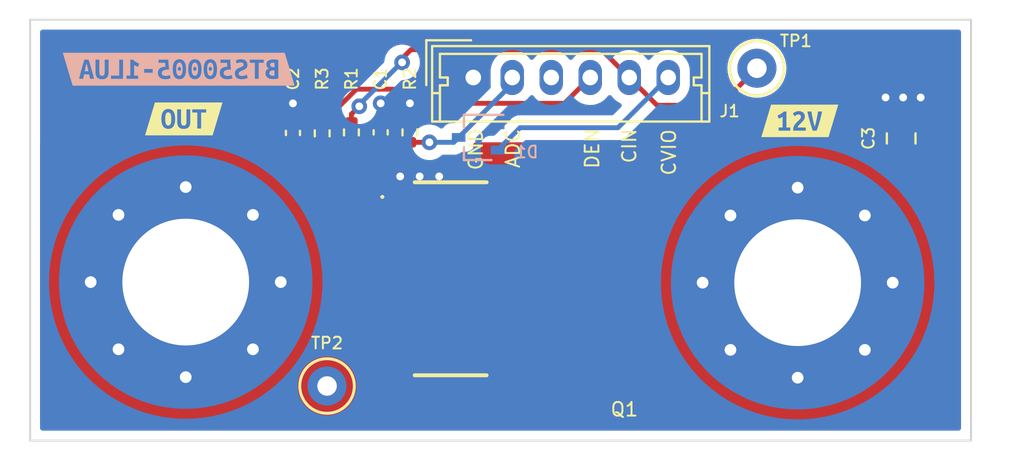
<source format=kicad_pcb>
(kicad_pcb (version 20211014) (generator pcbnew)
  (layers (0 "F.Cu" signal) (31 "B.Cu" signal) (34 "B.Paste" user) (35 "F.Paste" user) (36 "B.SilkS" user "B.Silkscreen") (37 "F.SilkS" user "F.Silkscreen") (38 "B.Mask" user) (39 "F.Mask" user) (44 "Edge.Cuts" user))
  (net 0 "")
  (net 1 "GND")
  (net 2 "CONTROLLER_ADC")
  (net 3 "OUT")
  (net 4 "+12V")
  (net 5 "CONTOLLER_VDD")
  (net 6 "CONTROLER_IN")
  (net 7 "CONTROLER_DEN")
  (net 8 "/IN")
  (net 9 "/DEN")
  (footprint "Connector_Molex:Molex_Micro-Latch_53253-0670_1x06_P2.00mm_Vertical" (layer "F.Cu") (at 119.25 32.175)
    (fp_text reference "J1" (at 13.15 1.725) (layer "F.SilkS") (effects (font (size 0.6 0.6) (thickness 0.1))))
    (fp_text value "Conn_01x06")
    (fp_line (start 11.31 0) (end 11.31 0.4) (layer "F.SilkS") (width 0.12))
    (fp_line (start -1.31 0.4) (end -1.71 0.4) (layer "F.SilkS") (width 0.12))
    (fp_line (start -1.71 0) (end -1.31 0) (layer "F.SilkS") (width 0.12))
    (fp_line (start 11.31 0.4) (end 11.71 0.4) (layer "F.SilkS") (width 0.12))
    (fp_line (start -2.11 -1.61) (end -2.11 2.26) (layer "F.SilkS") (width 0.12))
    (fp_line (start 12.11 -1.61) (end -2.11 -1.61) (layer "F.SilkS") (width 0.12))
    (fp_line (start -2.11 2.26) (end 12.11 2.26) (layer "F.SilkS") (width 0.12))
    (fp_line (start -0.11 -1.91) (end -2.41 -1.91) (layer "F.SilkS") (width 0.12))
    (fp_line (start -1.71 0.4) (end -1.71 2.26) (layer "F.SilkS") (width 0.12))
    (fp_line (start 11.71 0.4) (end 11.71 2.26) (layer "F.SilkS") (width 0.12))
    (fp_line (start 12.11 0.8) (end 11.71 0.8) (layer "F.SilkS") (width 0.12))
    (fp_line (start -1.71 -1.21) (end -1.71 0) (layer "F.SilkS") (width 0.12))
    (fp_line (start -2.11 0.8) (end -1.71 0.8) (layer "F.SilkS") (width 0.12))
    (fp_line (start 11.71 -1.21) (end 11.71 0) (layer "F.SilkS") (width 0.12))
    (fp_line (start 5 -1.21) (end -1.71 -1.21) (layer "F.SilkS") (width 0.12))
    (fp_line (start -1.31 0) (end -1.31 0.4) (layer "F.SilkS") (width 0.12))
    (fp_line (start 5 -1.21) (end 11.71 -1.21) (layer "F.SilkS") (width 0.12))
    (fp_line (start -2.41 -1.91) (end -2.41 0.39) (layer "F.SilkS") (width 0.12))
    (fp_line (start 12.11 2.26) (end 12.11 -1.61) (layer "F.SilkS") (width 0.12))
    (fp_line (start 11.71 0) (end 11.31 0) (layer "F.SilkS") (width 0.12))
    (pad "1" thru_hole roundrect (at 0 0) (size 1.2 1.8) (drill 0.8) (layers *.Cu *.Mask) (roundrect_rratio 0.208333) (net 1 "GND"))
    (pad "2" thru_hole oval (at 2 0) (size 1.2 1.8) (drill 0.8) (layers *.Cu *.Mask) (net 2 "CONTROLLER_ADC"))
    (pad "3" thru_hole oval (at 4 0) (size 1.2 1.8) (drill 0.8) (layers *.Cu *.Mask))
    (pad "4" thru_hole oval (at 6 0) (size 1.2 1.8) (drill 0.8) (layers *.Cu *.Mask) (net 7 "CONTROLER_DEN"))
    (pad "5" thru_hole oval (at 8 0) (size 1.2 1.8) (drill 0.8) (layers *.Cu *.Mask) (net 6 "CONTROLER_IN"))
    (pad "6" thru_hole oval (at 10 0) (size 1.2 1.8) (drill 0.8) (layers *.Cu *.Mask) (net 5 "CONTOLLER_VDD"))
  )
  (footprint "TestPoint:TestPoint_Keystone_5000-5004_Miniature" (layer "F.Cu") (at 111.75 48)
    (fp_text reference "TP2" (at 0 -2.2) (layer "F.SilkS") (effects (font (size 0.6 0.6) (thickness 0.1))))
    (fp_text value "OUT_TP")
    (fp_circle (center 0 0) (end 1.4 0) (layer "F.SilkS") (width 0.15) (fill none))
    (pad "1" thru_hole circle (at 0 0) (size 2 2) (drill 1) (layers *.Cu *.Mask) (net 3 "OUT"))
  )
  (footprint "Resistor_SMD:R_0402_1005Metric" (layer "F.Cu") (at 113 34.99 90)
    (fp_text reference "R1" (at 2.74 0 90) (layer "F.SilkS") (effects (font (size 0.6 0.6) (thickness 0.1))))
    (fp_text value "4.7k")
    (fp_line (start -0.153641 0.38) (end 0.153641 0.38) (layer "F.SilkS") (width 0.12))
    (fp_line (start -0.153641 -0.38) (end 0.153641 -0.38) (layer "F.SilkS") (width 0.12))
    (pad "1" smd roundrect (at -0.51 0 90) (size 0.54 0.64) (layers "F.Cu" "F.Paste" "F.Mask") (net 8 "/IN"))
    (pad "2" smd roundrect (at 0.51 0 90) (size 0.54 0.64) (layers "F.Cu" "F.Paste" "F.Mask") (net 6 "CONTROLER_IN"))
  )
  (footprint "Resistor_SMD:R_0402_1005Metric" (layer "F.Cu") (at 116 34.99 -90)
    (fp_text reference "R2" (at -2.74 0 90) (layer "F.SilkS") (effects (font (size 0.6 0.6) (thickness 0.1))))
    (fp_text value "1k")
    (fp_line (start -0.153641 0.38) (end 0.153641 0.38) (layer "F.SilkS") (width 0.12))
    (fp_line (start -0.153641 -0.38) (end 0.153641 -0.38) (layer "F.SilkS") (width 0.12))
    (pad "1" smd roundrect (at -0.51 0 270) (size 0.54 0.64) (layers "F.Cu" "F.Paste" "F.Mask") (net 1 "GND"))
    (pad "2" smd roundrect (at 0.51 0 270) (size 0.54 0.64) (layers "F.Cu" "F.Paste" "F.Mask") (net 2 "CONTROLLER_ADC"))
  )
  (footprint "Capacitor_SMD:C_0402_1005Metric" (layer "F.Cu") (at 110 35.02 -90)
    (fp_text reference "C2" (at -2.77 0 90) (layer "F.SilkS") (effects (font (size 0.6 0.6) (thickness 0.1))))
    (fp_text value "10nF")
    (fp_line (start -0.107836 0.36) (end 0.107836 0.36) (layer "F.SilkS") (width 0.12))
    (fp_line (start -0.107836 -0.36) (end 0.107836 -0.36) (layer "F.SilkS") (width 0.12))
    (pad "1" smd roundrect (at -0.48 0 270) (size 0.56 0.62) (layers "F.Cu" "F.Paste" "F.Mask") (net 1 "GND"))
    (pad "2" smd roundrect (at 0.48 0 270) (size 0.56 0.62) (layers "F.Cu" "F.Paste" "F.Mask") (net 3 "OUT"))
  )
  (footprint "Capacitor_SMD:C_0805_2012Metric" (layer "F.Cu") (at 141.2 35.3 90)
    (fp_text reference "C3" (at 0 -1.68 90) (layer "F.SilkS") (effects (font (size 0.6 0.6) (thickness 0.1))))
    (fp_text value "100nF")
    (fp_line (start -0.261252 -0.735) (end 0.261252 -0.735) (layer "F.SilkS") (width 0.12))
    (fp_line (start -0.261252 0.735) (end 0.261252 0.735) (layer "F.SilkS") (width 0.12))
    (pad "1" smd roundrect (at -0.95 0 90) (size 1 1.45) (layers "F.Cu" "F.Paste" "F.Mask") (net 4 "+12V"))
    (pad "2" smd roundrect (at 0.95 0 90) (size 1 1.45) (layers "F.Cu" "F.Paste" "F.Mask") (net 1 "GND"))
  )
  (footprint "MountingHole:MountingHole_6.5mm_Pad_Via" (layer "F.Cu") (at 135.89 42.7)
    (fp_text reference "H1" hide)
    (fp_text value "MountingHole_Pad")
    (pad "1" thru_hole circle (at 0 -4.875) (size 0.9 0.9) (drill 0.6) (layers *.Cu *.Mask) (net 4 "+12V"))
    (pad "1" thru_hole circle (at -4.875 0) (size 0.9 0.9) (drill 0.6) (layers *.Cu *.Mask) (net 4 "+12V"))
    (pad "1" thru_hole circle (at 0 0) (size 13 13) (drill 6.5) (layers *.Cu *.Mask) (net 4 "+12V"))
    (pad "1" thru_hole circle (at 3.447146 3.447146) (size 0.9 0.9) (drill 0.6) (layers *.Cu *.Mask) (net 4 "+12V"))
    (pad "1" thru_hole circle (at 3.447146 -3.447146) (size 0.9 0.9) (drill 0.6) (layers *.Cu *.Mask) (net 4 "+12V"))
    (pad "1" thru_hole circle (at 0 4.875) (size 0.9 0.9) (drill 0.6) (layers *.Cu *.Mask) (net 4 "+12V"))
    (pad "1" thru_hole circle (at -3.447146 3.447146) (size 0.9 0.9) (drill 0.6) (layers *.Cu *.Mask) (net 4 "+12V"))
    (pad "1" thru_hole circle (at -3.447146 -3.447146) (size 0.9 0.9) (drill 0.6) (layers *.Cu *.Mask) (net 4 "+12V"))
    (pad "1" thru_hole circle (at 4.875 0) (size 0.9 0.9) (drill 0.6) (layers *.Cu *.Mask) (net 4 "+12V"))
  )
  (footprint "TestPoint:TestPoint_Keystone_5000-5004_Miniature" (layer "F.Cu") (at 133.8 31.7)
    (fp_text reference "TP1" (at 2 -1.4) (layer "F.SilkS") (effects (font (size 0.6 0.6) (thickness 0.1))))
    (fp_text value "IN_TP")
    (fp_circle (center 0 0) (end 1.4 0) (layer "F.SilkS") (width 0.15) (fill none))
    (pad "1" thru_hole circle (at 0 0) (size 2 2) (drill 1) (layers *.Cu *.Mask) (net 6 "CONTROLER_IN"))
  )
  (footprint "MountingHole:MountingHole_6.5mm_Pad_Via" (layer "F.Cu") (at 104.5 42.67)
    (fp_text reference "H2" hide)
    (fp_text value "MountingHole_Pad")
    (pad "1" thru_hole circle (at 4.875 0) (size 0.9 0.9) (drill 0.6) (layers *.Cu *.Mask) (net 3 "OUT"))
    (pad "1" thru_hole circle (at 0 0) (size 13 13) (drill 6.5) (layers *.Cu *.Mask) (net 3 "OUT"))
    (pad "1" thru_hole circle (at 3.447146 3.447146) (size 0.9 0.9) (drill 0.6) (layers *.Cu *.Mask) (net 3 "OUT"))
    (pad "1" thru_hole circle (at 3.447146 -3.447146) (size 0.9 0.9) (drill 0.6) (layers *.Cu *.Mask) (net 3 "OUT"))
    (pad "1" thru_hole circle (at -3.447146 -3.447146) (size 0.9 0.9) (drill 0.6) (layers *.Cu *.Mask) (net 3 "OUT"))
    (pad "1" thru_hole circle (at 0 -4.875) (size 0.9 0.9) (drill 0.6) (layers *.Cu *.Mask) (net 3 "OUT"))
    (pad "1" thru_hole circle (at -3.447146 3.447146) (size 0.9 0.9) (drill 0.6) (layers *.Cu *.Mask) (net 3 "OUT"))
    (pad "1" thru_hole circle (at 0 4.875) (size 0.9 0.9) (drill 0.6) (layers *.Cu *.Mask) (net 3 "OUT"))
    (pad "1" thru_hole circle (at -4.875 0) (size 0.9 0.9) (drill 0.6) (layers *.Cu *.Mask) (net 3 "OUT"))
  )
  (footprint "Capacitor_SMD:C_0402_1005Metric" (layer "F.Cu") (at 114.5 34.99 -90)
    (fp_text reference "C1" (at -2.74 0 90) (layer "F.SilkS") (effects (font (size 0.6 0.6) (thickness 0.1))))
    (fp_text value "10nF")
    (fp_line (start -0.107836 -0.36) (end 0.107836 -0.36) (layer "F.SilkS") (width 0.12))
    (fp_line (start -0.107836 0.36) (end 0.107836 0.36) (layer "F.SilkS") (width 0.12))
    (pad "1" smd roundrect (at -0.48 0 270) (size 0.56 0.62) (layers "F.Cu" "F.Paste" "F.Mask") (net 1 "GND"))
    (pad "2" smd roundrect (at 0.48 0 270) (size 0.56 0.62) (layers "F.Cu" "F.Paste" "F.Mask") (net 2 "CONTROLLER_ADC"))
  )
  (footprint "kibuzzard-65429977" (layer "F.Cu") (at 104.4 34.3)
    (fp_text reference "kibuzzard-65429977" hide)
    (fp_text value "G***" hide)
    (fp_poly (pts (xy -1.14935 -0.843492) (xy -1.480079 -0.843492) (xy -1.986174 0.843492) (xy -1.480079 0.843492) (xy -1.14935 0.843492) (xy -0.79375 0.843492) (xy -0.79375 0.512762) (xy -0.900024 0.498387) (xy -0.988131 0.45526) (xy -1.058069 0.383381) (xy -1.098004 0.310902) (xy -1.12653 0.222845) (xy -1.143645 0.119211) (xy -1.14935 0) (xy -1.143496 -0.119211) (xy -1.125934 -0.222845) (xy -1.096665 -0.310902) (xy -1.055688 -0.383381) (xy -0.985132 -0.45526) (xy -0.898349 -0.498387) (xy -0.795338 -0.512763) (xy -0.689151 -0.498387) (xy -0.60131 -0.45526) (xy -0.531813 -0.383381) (xy -0.492224 -0.310902) (xy -0.463947 -0.222845) (xy -0.44698 -0.119211) (xy -0.441325 0) (xy -0.44708 0.119211) (xy -0.464344 0.222845) (xy -0.493117 0.310902) (xy -0.5334 0.383381) (xy -0.60325 0.45526) (xy -0.690033 0.498387) (xy -0.79375 0.512762) (xy -0.79375 0.843492) (xy -0.004763 0.843492) (xy -0.004763 0.512762) (xy -0.092273 0.506214) (xy -0.164306 0.486569) (xy -0.2667 0.411162) (xy -0.299244 0.356791) (xy -0.320675 0.2921) (xy -0.332581 0.218281) (xy -0.33655 0.136525) (xy -0.33655 -0.490538) (xy -0.1397 -0.490538) (xy -0.1397 0.123825) (xy -0.13335 0.227806) (xy -0.111919 0.295275) (xy -0.06985 0.331787) (xy -0.001588 0.3429) (xy 0.066675 0.331787) (xy 0.109537 0.294481) (xy 0.131762 0.226219) (xy 0.138113 0.122237) (xy 0.138113 -0.490538) (xy 0.333375 -0.490538) (xy 0.333375 0.136525) (xy 0.329406 0.218281) (xy 0.3175 0.2921) (xy 0.295672 0.356791) (xy 0.261938 0.411162) (xy 0.2159 0.45462) (xy 0.157162 0.486569) (xy 0.084137 0.506214) (xy -0.004763 0.512762) (xy -0.004763 0.843492) (xy 0.890588 0.843492) (xy 0.890588 0.492125) (xy 0.693738 0.492125) (xy 0.693738 -0.328613) (xy 0.434975 -0.328613) (xy 0.434975 -0.490538) (xy 1.14935 -0.490538) (xy 1.14935 -0.328613) (xy 0.890588 -0.328613) (xy 0.890588 0.492125) (xy 0.890588 0.843492) (xy 1.14935 0.843492) (xy 1.480079 0.843492) (xy 1.986174 -0.843492) (xy 1.480079 -0.843492) (xy 1.14935 -0.843492) (xy -1.14935 -0.843492)) (layer "F.SilkS") (width 0) (fill solid))
    (fp_poly (pts (xy -0.950913 0) (xy -0.949523 0.069255) (xy -0.945356 0.134144) (xy -0.923131 0.242887) (xy -0.8763 0.315912) (xy -0.795338 0.3429) (xy -0.715169 0.315912) (xy -0.667544 0.242094) (xy -0.645319 0.13335) (xy -0.641152 0.069056) (xy -0.639763 0) (xy -0.641152 -0.069255) (xy -0.645319 -0.134144) (xy -0.667544 -0.242888) (xy -0.714375 -0.315913) (xy -0.795338 -0.3429) (xy -0.8763 -0.315913) (xy -0.923131 -0.242094) (xy -0.945356 -0.13335) (xy -0.949523 -0.069056) (xy -0.950913 0)) (layer "F.SilkS") (width 0) (fill solid))
  )
  (footprint "Resistor_SMD:R_0402_1005Metric" (layer "F.Cu") (at 111.5 35.04 90)
    (fp_text reference "R3" (at 2.79 0 90) (layer "F.SilkS") (effects (font (size 0.6 0.6) (thickness 0.1))))
    (fp_text value "4.7k")
    (fp_line (start -0.153641 -0.38) (end 0.153641 -0.38) (layer "F.SilkS") (width 0.12))
    (fp_line (start -0.153641 0.38) (end 0.153641 0.38) (layer "F.SilkS") (width 0.12))
    (pad "1" smd roundrect (at -0.51 0 90) (size 0.54 0.64) (layers "F.Cu" "F.Paste" "F.Mask") (net 9 "/DEN"))
    (pad "2" smd roundrect (at 0.51 0 90) (size 0.54 0.64) (layers "F.Cu" "F.Paste" "F.Mask") (net 7 "CONTROLER_DEN"))
  )
  (footprint "kibuzzard-6542993B" (layer "F.Cu") (at 136 34.4)
    (fp_text reference "kibuzzard-6542993B" hide)
    (fp_text value "G***" hide)
    (fp_poly (pts (xy -1.143 -0.833173) (xy -1.473729 -0.833173) (xy -1.973633 0.833173) (xy -1.473729 0.833173) (xy -1.143 0.833173) (xy -0.490538 0.833173) (xy -0.490538 0.502444) (xy -1.087438 0.502444) (xy -1.087438 0.340519) (xy -0.881063 0.340519) (xy -0.881063 -0.208756) (xy -0.982663 -0.1524) (xy -1.0795 -0.113506) (xy -1.143 -0.275431) (xy -1.06045 -0.311944) (xy -0.97155 -0.361156) (xy -0.887413 -0.418306) (xy -0.81915 -0.480219) (xy -0.6858 -0.480219) (xy -0.6858 0.340519) (xy -0.490538 0.340519) (xy -0.490538 0.502444) (xy -0.490538 0.833173) (xy 0.307975 0.833173) (xy 0.307975 0.502444) (xy -0.333375 0.502444) (xy -0.337344 0.462756) (xy -0.33655 0.429419) (xy -0.329208 0.353219) (xy -0.307181 0.283369) (xy -0.273844 0.219273) (xy -0.232569 0.160337) (xy -0.185738 0.105966) (xy -0.135731 0.055562) (xy -0.085725 0.008136) (xy -0.038894 -0.037306) (xy 0.035719 -0.123031) (xy 0.065087 -0.207169) (xy 0.028575 -0.300037) (xy -0.0635 -0.332581) (xy -0.160338 -0.310356) (xy -0.26035 -0.235744) (xy -0.357188 -0.372269) (xy -0.288727 -0.430213) (xy -0.210344 -0.470694) (xy -0.127198 -0.494506) (xy -0.04445 -0.502444) (xy 0.071437 -0.484981) (xy 0.169862 -0.432594) (xy 0.238125 -0.344488) (xy 0.263525 -0.221456) (xy 0.244475 -0.123825) (xy 0.193675 -0.032544) (xy 0.122237 0.053181) (xy 0.041275 0.132556) (xy -0.00635 0.1778) (xy -0.05715 0.231775) (xy -0.097631 0.288131) (xy -0.1143 0.340519) (xy 0.307975 0.340519) (xy 0.307975 0.502444) (xy 0.307975 0.833173) (xy 0.663575 0.833173) (xy 0.663575 0.502444) (xy 0.624284 0.385763) (xy 0.582613 0.254794) (xy 0.554567 0.162807) (xy 0.527579 0.070997) (xy 0.50165 -0.020638) (xy 0.477132 -0.110508) (xy 0.454378 -0.197026) (xy 0.433388 -0.280194) (xy 0.407194 -0.391319) (xy 0.388937 -0.480219) (xy 0.595312 -0.480219) (xy 0.607219 -0.397867) (xy 0.623887 -0.303213) (xy 0.64393 -0.200819) (xy 0.665956 -0.09525) (xy 0.689769 0.011112) (xy 0.715169 0.115887) (xy 0.741164 0.214511) (xy 0.766762 0.302419) (xy 0.792163 0.215702) (xy 0.817563 0.117475) (xy 0.842169 0.0127) (xy 0.865187 -0.093663) (xy 0.886619 -0.19943) (xy 0.906463 -0.302419) (xy 0.923925 -0.397669) (xy 0.938212 -0.480219) (xy 1.143 -0.480219) (xy 1.121767 -0.379413) (xy 1.096169 -0.267494) (xy 1.066403 -0.147042) (xy 1.032669 -0.020638) (xy 1.008062 0.066146) (xy 0.981869 0.153988) (xy 0.954088 0.242888) (xy 0.92516 0.331347) (xy 0.895526 0.417865) (xy 0.865187 0.502444) (xy 0.663575 0.502444) (xy 0.663575 0.833173) (xy 1.143 0.833173) (xy 1.473729 0.833173) (xy 1.973633 -0.833173) (xy 1.473729 -0.833173) (xy 1.143 -0.833173) (xy -1.143 -0.833173)) (layer "F.SilkS") (width 0) (fill solid))
  )
  (footprint "PDM_Additional:BTS500101LUAAUMA1" (layer "F.Cu") (at 121.435 42.5 -90)
    (fp_text reference "Q1" (at 6.7 -5.565 180) (layer "F.SilkS") (effects (font (size 0.7 0.7) (thickness 0.1))))
    (fp_text value "BTS500101LUAAUMA1" hide)
    (fp_line (start -4.2 6.9) (end -4.2 6.9) (layer "F.SilkS") (width 0.1))
    (fp_line (start -4.2 6.8) (end -4.2 6.8) (layer "F.SilkS") (width 0.1))
    (fp_line (start 4.95 1.5) (end 4.95 5.188) (layer "F.SilkS") (width 0.2))
    (fp_line (start -4.95 1.5) (end -4.95 5.188) (layer "F.SilkS") (width 0.2))
    (fp_arc (start -4.2 6.8) (mid -4.15 6.85) (end -4.2 6.9) (layer "F.SilkS") (width 0.1))
    (fp_arc (start -4.2 6.9) (mid -4.25 6.85) (end -4.2 6.8) (layer "F.SilkS") (width 0.1))
    (pad "1" smd rect (at -4.2 4.97 270) (size 0.8 2.6) (layers "F.Cu" "F.Paste" "F.Mask") (net 1 "GND"))
    (pad "2" smd rect (at -3 4.97 270) (size 0.8 2.6) (layers "F.Cu" "F.Paste" "F.Mask") (net 2 "CONTROLLER_ADC"))
    (pad "3" smd rect (at -1.8 4.97 270) (size 0.8 2.6) (layers "F.Cu" "F.Paste" "F.Mask") (net 8 "/IN"))
    (pad "4" smd rect (at -0.6 4.97 270) (size 0.8 2.6) (layers "F.Cu" "F.Paste" "F.Mask") (net 9 "/DEN"))
    (pad "5" smd rect (at 2.4 4.97) (size 2.6 4.4) (layers "F.Cu" "F.Paste" "F.Mask") (net 3 "OUT"))
    (pad "9" smd rect (at 0 -2.565) (size 7.41 10) (layers "F.Cu" "F.Paste" "F.Mask") (net 4 "+12V"))
  )
  (footprint "kibuzzard-65429BC2" (layer "B.Cu") (at 104.14 31.75 180)
    (fp_text reference "kibuzzard-65429BC2" hide)
    (fp_text value "G***" hide)
    (fp_poly (pts (xy -0.664369 0.001588) (xy -0.669043 0.104863) (xy -0.683066 0.190324) (xy -0.706437 0.257969) (xy -0.75823 0.324048) (xy -0.829469 0.346075) (xy -0.899716 0.324048) (xy -0.951706 0.257969) (xy -0.975519 0.190324) (xy -0.989806 0.104863) (xy -0.994569 0.001588) (xy -0.989806 -0.10257) (xy -0.975519 -0.18856) (xy -0.951706 -0.256381) (xy -0.899716 -0.322461) (xy -0.829469 -0.344487) (xy -0.827881 -0.343997) (xy -0.827881 -0.087312) (xy -0.892969 -0.056356) (xy -0.916781 0.017463) (xy -0.892969 0.092075) (xy -0.827881 0.123825) (xy -0.765175 0.092075) (xy -0.740569 0.017463) (xy -0.765175 -0.056356) (xy -0.827881 -0.087312) (xy -0.827881 -0.343997) (xy -0.75823 -0.322461) (xy -0.706437 -0.256381) (xy -0.683066 -0.18856) (xy -0.669043 -0.10257) (xy -0.664369 0.001588)) (layer "B.SilkS") (width 0) (fill solid))
    (fp_poly (pts (xy -4.837906 0.100013) (xy -4.725194 0.132556) (xy -4.687094 0.22225) (xy -4.698206 0.278606) (xy -4.728369 0.311944) (xy -4.772819 0.327819) (xy -4.825206 0.331788) (xy -4.871244 0.3302) (xy -4.914106 0.325438) (xy -4.914106 0.100013) (xy -4.837906 0.100013)) (layer "B.SilkS") (width 0) (fill solid))
    (fp_poly (pts (xy -4.914106 -0.061912) (xy -4.914106 -0.328612) (xy -4.868863 -0.333375) (xy -4.820444 -0.334962) (xy -4.755356 -0.329406) (xy -4.699 -0.308769) (xy -4.658519 -0.265906) (xy -4.642644 -0.195262) (xy -4.687888 -0.092869) (xy -4.809331 -0.061912) (xy -4.914106 -0.061912)) (layer "B.SilkS") (width 0) (fill solid))
    (fp_poly (pts (xy -1.458119 0.001588) (xy -1.462793 0.104863) (xy -1.476816 0.190324) (xy -1.500187 0.257969) (xy -1.55198 0.324048) (xy -1.623219 0.346075) (xy -1.693466 0.324048) (xy -1.745456 0.257969) (xy -1.769269 0.190324) (xy -1.783556 0.104863) (xy -1.788319 0.001588) (xy -1.783556 -0.10257) (xy -1.769269 -0.18856) (xy -1.745456 -0.256381) (xy -1.693466 -0.322461) (xy -1.623219 -0.344487) (xy -1.621631 -0.343997) (xy -1.621631 -0.087312) (xy -1.686719 -0.056356) (xy -1.710531 0.017463) (xy -1.686719 0.092075) (xy -1.621631 0.123825) (xy -1.558925 0.092075) (xy -1.534319 0.017463) (xy -1.558925 -0.056356) (xy -1.621631 -0.087312) (xy -1.621631 -0.343997) (xy -1.55198 -0.322461) (xy -1.500187 -0.256381) (xy -1.476816 -0.18856) (xy -1.462793 -0.10257) (xy -1.458119 0.001588)) (layer "B.SilkS") (width 0) (fill solid))
    (fp_poly (pts (xy 4.725194 0.300038) (xy 4.695825 0.194469) (xy 4.670425 0.096044) (xy 4.6482 -0.001587) (xy 4.628356 -0.103187) (xy 4.820444 -0.103187) (xy 4.801394 -0.001587) (xy 4.779963 0.096044) (xy 4.754563 0.194469) (xy 4.725194 0.300038)) (layer "B.SilkS") (width 0) (fill solid))
    (fp_poly (pts (xy -5.109369 0.843492) (xy -5.440098 0.843492) (xy -5.946193 -0.843492) (xy -5.440098 -0.843492) (xy -5.109369 -0.843492) (xy -4.836319 -0.843492) (xy -4.836319 -0.504825) (xy -4.902597 -0.503039) (xy -4.971256 -0.497681) (xy -5.040709 -0.488752) (xy -5.109369 -0.47625) (xy -5.109369 0.477838) (xy -4.987131 0.494506) (xy -4.855369 0.50165) (xy -4.754563 0.495895) (xy -4.674394 0.478631) (xy -4.564856 0.418306) (xy -4.510881 0.334963) (xy -4.496594 0.242888) (xy -4.505127 0.177006) (xy -4.530725 0.119063) (xy -4.622006 0.033338) (xy -4.538067 -0.009525) (xy -4.486275 -0.065087) (xy -4.459486 -0.128587) (xy -4.450556 -0.195262) (xy -4.458097 -0.27682) (xy -4.480719 -0.343694) (xy -4.562475 -0.438944) (xy -4.618831 -0.469503) (xy -4.684713 -0.489744) (xy -4.757936 -0.501055) (xy -4.836319 -0.504825) (xy -4.836319 -0.843492) (xy -3.906044 -0.843492) (xy -3.906044 -0.492125) (xy -4.102894 -0.492125) (xy -4.102894 0.328613) (xy -4.361656 0.328613) (xy -4.361656 0.490538) (xy -3.647281 0.490538) (xy -3.647281 0.328613) (xy -3.906044 0.328613) (xy -3.906044 -0.492125) (xy -3.906044 -0.843492) (xy -3.239294 -0.843492) (xy -3.239294 -0.512762) (xy -3.349228 -0.506214) (xy -3.434556 -0.486569) (xy -3.544094 -0.43815) (xy -3.486944 -0.2794) (xy -3.38455 -0.327025) (xy -3.31847 -0.343694) (xy -3.239294 -0.34925) (xy -3.157537 -0.338931) (xy -3.105944 -0.310356) (xy -3.07975 -0.269081) (xy -3.072606 -0.22225) (xy -3.090069 -0.168275) (xy -3.134519 -0.126206) (xy -3.194844 -0.092869) (xy -3.261519 -0.065087) (xy -3.353594 -0.028575) (xy -3.440112 0.023813) (xy -3.504406 0.102394) (xy -3.529806 0.219075) (xy -3.507383 0.342106) (xy -3.440112 0.434975) (xy -3.37282 0.47819) (xy -3.290535 0.504119) (xy -3.193256 0.512763) (xy -3.108523 0.507603) (xy -3.0353 0.492125) (xy -2.921794 0.446088) (xy -2.978944 0.295275) (xy -3.06705 0.333375) (xy -3.178969 0.34925) (xy -3.265399 0.336726) (xy -3.317258 0.299156) (xy -3.334544 0.236538) (xy -3.318669 0.186531) (xy -3.278187 0.148431) (xy -3.222625 0.119063) (xy -3.161506 0.09525) (xy -3.065462 0.056356) (xy -2.973387 -0.000794) (xy -2.904331 -0.089694) (xy -2.884091 -0.14982) (xy -2.877344 -0.223837) (xy -2.899767 -0.346273) (xy -2.967037 -0.437356) (xy -3.037152 -0.479249) (xy -3.127904 -0.504384) (xy -3.239294 -0.512762) (xy -3.239294 -0.843492) (xy -2.493169 -0.843492) (xy -2.493169 -0.512762) (xy -2.570956 -0.508) (xy -2.647156 -0.496094) (xy -2.713037 -0.479425) (xy -2.758281 -0.461962) (xy -2.718594 -0.300037) (xy -2.629694 -0.331787) (xy -2.568972 -0.342503) (xy -2.494756 -0.346075) (xy -2.4003 -0.333375) (xy -2.341562 -0.300831) (xy -2.312194 -0.255587) (xy -2.304256 -0.2032) (xy -2.31775 -0.127794) (xy -2.371725 -0.069056) (xy -2.486819 -0.030956) (xy -2.572941 -0.020836) (xy -2.682081 -0.017462) (xy -2.667794 0.114498) (xy -2.656681 0.243681) (xy -2.648347 0.369292) (xy -2.642394 0.490538) (xy -2.140744 0.490538) (xy -2.140744 0.328613) (xy -2.478881 0.328613) (xy -2.486819 0.22225) (xy -2.494756 0.131763) (xy -2.374635 0.115535) (xy -2.27674 0.083785) (xy -2.201069 0.036513) (xy -2.14727 -0.025929) (xy -2.114991 -0.103187) (xy -2.104231 -0.195262) (xy -2.128044 -0.321469) (xy -2.201069 -0.422275) (xy -2.256234 -0.460375) (xy -2.323306 -0.48895) (xy -2.402284 -0.506809) (xy -2.493169 -0.512762) (xy -2.493169 -0.843492) (xy -1.623219 -0.843492) (xy -1.623219 -0.512762) (xy -1.725524 -0.498651) (xy -1.810191 -0.456318) (xy -1.877219 -0.385762) (xy -1.915418 -0.313928) (xy -1.942703 -0.225425) (xy -1.959074 -0.120253) (xy -1.964531 0.001588) (xy -1.958975 0.122039) (xy -1.942306 0.226219) (xy -1.914525 0.314127) (xy -1.875631 0.385763) (xy -1.808074 0.456318) (xy -1.723937 0.498651) (xy -1.623219 0.512763) (xy -1.520913 0.49874) (xy -1.436247 0.456671) (xy -1.369219 0.386556) (xy -1.33102 0.315168) (xy -1.303734 0.227211) (xy -1.287363 0.122684) (xy -1.281906 0.001588) (xy -1.287363 -0.120253) (xy -1.303734 -0.225425) (xy -1.33102 -0.313928) (xy -1.369219 -0.385762) (xy -1.436247 -0.456318) (xy -1.520913 -0.498651) (xy -1.623219 -0.512762) (xy -1.623219 -0.843492) (xy -0.829469 -0.843492) (xy -0.829469 -0.512762) (xy -0.931774 -0.498651) (xy -1.016441 -0.456318) (xy -1.083469 -0.385762) (xy -1.121668 -0.313928) (xy -1.148953 -0.225425) (xy -1.165324 -0.120253) (xy -1.170781 0.001588) (xy -1.165225 0.122039) (xy -1.148556 0.226219) (xy -1.120775 0.314127) (xy -1.081881 0.385763) (xy -1.014324 0.456318) (xy -0.930187 0.498651) (xy -0.829469 0.512763) (xy -0.727163 0.49874) (xy -0.642497 0.456671) (xy -0.575469 0.386556) (xy -0.53727 0.315168) (xy -0.509984 0.227211) (xy -0.493613 0.122684) (xy -0.488156 0.001588) (xy -0.493613 -0.120253) (xy -0.509984 -0.225425) (xy -0.53727 -0.313928) (xy -0.575469 -0.385762) (xy -0.642497 -0.456318) (xy -0.727163 -0.498651) (xy -0.829469 -0.512762) (xy -0.829469 -0.843492) (xy -0.035719 -0.843492) (xy -0.035719 -0.512762) (xy -0.138024 -0.498651) (xy -0.222691 -0.456318) (xy -0.289719 -0.385762) (xy -0.327918 -0.313928) (xy -0.355203 -0.225425) (xy -0.371574 -0.120253) (xy -0.377031 0.001588) (xy -0.371475 0.122039) (xy -0.354806 0.226219) (xy -0.327025 0.314127) (xy -0.288131 0.385763) (xy -0.220574 0.456318) (xy -0.136437 0.498651) (xy -0.035719 0.512763) (xy 0.066587 0.49874) (xy 0.151253 0.456671) (xy 0.218281 0.386556) (xy 0.25648 0.315168) (xy 0.283766 0.227211) (xy 0.300137 0.122684) (xy 0.305594 0.001588) (xy 0.300137 -0.120253) (xy 0.283766 -0.225425) (xy 0.25648 -0.313928) (xy 0.218281 -0.385762) (xy 0.151253 -0.456318) (xy 0.066587 -0.498651) (xy -0.035719 -0.512762) (xy -0.035719 -0.843492) (xy 0.681831 -0.843492) (xy 0.681831 -0.512762) (xy 0.604044 -0.508) (xy 0.527844 -0.496094) (xy 0.461963 -0.479425) (xy 0.416719 -0.461962) (xy 0.456406 -0.300037) (xy 0.545306 -0.331787) (xy 0.606028 -0.342503) (xy 0.680244 -0.346075) (xy 0.7747 -0.333375) (xy 0.833438 -0.300831) (xy 0.862806 -0.255587) (xy 0.870744 -0.2032) (xy 0.85725 -0.127794) (xy 0.803275 -0.069056) (xy 0.688181 -0.030956) (xy 0.602059 -0.020836) (xy 0.492919 -0.017462) (xy 0.507206 0.114498) (xy 0.518319 0.243681) (xy 0.526653 0.369292) (xy 0.532606 0.490538) (xy 1.034256 0.490538) (xy 1.034256 0.328613) (xy 0.696119 0.328613) (xy 0.688181 0.22225) (xy 0.680244 0.131763) (xy 0.800365 0.115535) (xy 0.89826 0.083785) (xy 0.973931 0.036513) (xy 1.02773 -0.025929) (xy 1.060009 -0.103187) (xy 1.070769 -0.195262) (xy 1.046956 -0.321469) (xy 0.973931 -0.422275) (xy 0.918766 -0.460375) (xy 0.851694 -0.48895) (xy 0.772716 -0.506809) (xy 0.681831 -0.512762) (xy 0.681831 -0.843492) (xy 1.769269 -0.843492) (xy 1.769269 -0.180975) (xy 1.334294 -0.180975) (xy 1.334294 0.011113) (xy 1.769269 0.011113) (xy 1.769269 -0.180975) (xy 1.769269 -0.843492) (xy 2.677319 -0.843492) (xy 2.677319 -0.492125) (xy 2.080419 -0.492125) (xy 2.080419 -0.3302) (xy 2.286794 -0.3302) (xy 2.286794 0.219075) (xy 2.185194 0.162719) (xy 2.088356 0.123825) (xy 2.024856 0.28575) (xy 2.107406 0.322263) (xy 2.196306 0.371475) (xy 2.280444 0.428625) (xy 2.348706 0.490538) (xy 2.482056 0.490538) (xy 2.482056 -0.3302) (xy 2.677319 -0.3302) (xy 2.677319 -0.492125) (xy 2.677319 -0.843492) (xy 3.472656 -0.843492) (xy 3.472656 -0.492125) (xy 2.855119 -0.492125) (xy 2.855119 0.490538) (xy 3.051969 0.490538) (xy 3.051969 -0.3302) (xy 3.472656 -0.3302) (xy 3.472656 -0.492125) (xy 3.472656 -0.843492) (xy 3.929856 -0.843492) (xy 3.929856 -0.512762) (xy 3.842345 -0.506214) (xy 3.770313 -0.486569) (xy 3.667919 -0.411162) (xy 3.635375 -0.356791) (xy 3.613944 -0.2921) (xy 3.602037 -0.218281) (xy 3.598069 -0.136525) (xy 3.598069 0.490538) (xy 3.794919 0.490538) (xy 3.794919 -0.123825) (xy 3.801269 -0.227806) (xy 3.8227 -0.295275) (xy 3.864769 -0.331787) (xy 3.933031 -0.3429) (xy 4.001294 -0.331787) (xy 4.044156 -0.294481) (xy 4.066381 -0.226219) (xy 4.072731 -0.122237) (xy 4.072731 0.490538) (xy 4.267994 0.490538) (xy 4.267994 -0.136525) (xy 4.264025 -0.218281) (xy 4.252119 -0.2921) (xy 4.230291 -0.356791) (xy 4.196556 -0.411162) (xy 4.150519 -0.45462) (xy 4.091781 -0.486569) (xy 4.018756 -0.506214) (xy 3.929856 -0.512762) (xy 3.929856 -0.843492) (xy 4.899819 -0.843492) (xy 4.899819 -0.492125) (xy 4.853781 -0.265113) (xy 4.591844 -0.265113) (xy 4.547394 -0.492125) (xy 4.344194 -0.492125) (xy 4.372197 -0.377984) (xy 4.400328 -0.26797) (xy 4.428585 -0.162084) (xy 4.45697 -0.060325) (xy 4.485481 0.037306) (xy 4.520902 0.155228) (xy 4.555728 0.270073) (xy 4.589959 0.381843) (xy 4.623594 0.490538) (xy 4.836319 0.490538) (xy 4.871194 0.38095) (xy 4.90597 0.268089) (xy 4.940647 0.151954) (xy 4.975225 0.032544) (xy 5.002689 -0.065913) (xy 5.029835 -0.167608) (xy 5.056664 -0.272542) (xy 5.083175 -0.380714) (xy 5.109369 -0.492125) (xy 4.899819 -0.492125) (xy 4.899819 -0.843492) (xy 5.109369 -0.843492) (xy 5.440098 -0.843492) (xy 5.946193 0.843492) (xy 5.440098 0.843492) (xy 5.109369 0.843492) (xy -5.109369 0.843492)) (layer "B.SilkS") (width 0) (fill solid))
    (fp_poly (pts (xy 0.129381 0.001588) (xy 0.124707 0.104863) (xy 0.110684 0.190324) (xy 0.087313 0.257969) (xy 0.03552 0.324048) (xy -0.035719 0.346075) (xy -0.105966 0.324048) (xy -0.157956 0.257969) (xy -0.181769 0.190324) (xy -0.196056 0.104863) (xy -0.200819 0.001588) (xy -0.196056 -0.10257) (xy -0.181769 -0.18856) (xy -0.157956 -0.256381) (xy -0.105966 -0.322461) (xy -0.035719 -0.344487) (xy -0.034131 -0.343997) (xy -0.034131 -0.087312) (xy -0.099219 -0.056356) (xy -0.123031 0.017463) (xy -0.099219 0.092075) (xy -0.034131 0.123825) (xy 0.028575 0.092075) (xy 0.053181 0.017463) (xy 0.028575 -0.056356) (xy -0.034131 -0.087312) (xy -0.034131 -0.343997) (xy 0.03552 -0.322461) (xy 0.087313 -0.256381) (xy 0.110684 -0.18856) (xy 0.124707 -0.10257) (xy 0.129381 0.001588)) (layer "B.SilkS") (width 0) (fill solid))
  )
  (footprint "Package_TO_SOT_SMD:SOT-323_SC-70" (layer "B.Cu") (at 119.5 35.25 180)
    (fp_text reference "D1" (at -2.5 -0.75) (layer "B.SilkS") (effects (font (size 0.6 0.6) (thickness 0.1)) (justify mirror)))
    (fp_text value "BAT54SW")
    (fp_line (start -0.68 -1.16) (end 0.73 -1.16) (layer "B.SilkS") (width 0.12))
    (fp_line (start 0.73 1.16) (end -1.3 1.16) (layer "B.SilkS") (width 0.12))
    (fp_line (start 0.73 1.16) (end 0.73 0.5) (layer "B.SilkS") (width 0.12))
    (fp_line (start 0.73 -0.5) (end 0.73 -1.16) (layer "B.SilkS") (width 0.12))
    (pad "1" smd rect (at -1 0.65 270) (size 0.45 0.7) (layers "B.Cu" "B.Paste" "B.Mask") (net 1 "GND"))
    (pad "2" smd rect (at -1 -0.65 270) (size 0.45 0.7) (layers "B.Cu" "B.Paste" "B.Mask") (net 5 "CONTOLLER_VDD"))
    (pad "3" smd rect (at 1 0 270) (size 0.45 0.7) (layers "B.Cu" "B.Paste" "B.Mask") (net 2 "CONTROLLER_ADC"))
  )
  (gr_line (start 144.78 50.8) (end 144.78 29.21) (layer "Edge.Cuts") (width 0.1))
  (gr_line (start 96.52 50.8) (end 144.78 50.8) (layer "Edge.Cuts") (width 0.1))
  (gr_line (start 144.78 29.21) (end 96.52 29.21) (layer "Edge.Cuts") (width 0.1))
  (gr_line (start 96.52 29.21) (end 96.52 50.8) (layer "Edge.Cuts") (width 0.1))
  (gr_text "ADC" (at 121.285 35.814 90) (layer "F.SilkS") (effects (font (size 0.7 0.7) (thickness 0.1))))
  (gr_text "DEN" (at 125.349 35.814 90) (layer "F.SilkS") (effects (font (size 0.7 0.7) (thickness 0.1))))
  (gr_text "CVIO" (at 129.286 36.0172 90) (layer "F.SilkS") (effects (font (size 0.7 0.7) (thickness 0.1))))
  (gr_text "GND" (at 119.38 35.8648 90) (layer "F.SilkS") (effects (font (size 0.7 0.7) (thickness 0.1))))
  (gr_text "CIN" (at 127.254 35.687 90) (layer "F.SilkS") (effects (font (size 0.7 0.7) (thickness 0.1))))
  (segment (start 141.3 33.2) (end 142.2 33.2) (width 0.25) (layer "F.Cu") (net 1))
  (segment (start 141.2 34.35) (end 141.3 34.25) (width 0.25) (layer "F.Cu") (net 1))
  (segment (start 110 34.54) (end 110 33.5) (width 0.25) (layer "F.Cu") (net 1))
  (segment (start 114.5 34.51) (end 114.5 33.5) (width 0.25) (layer "F.Cu") (net 1))
  (segment (start 116 34.48) (end 116 33.5) (width 0.25) (layer "F.Cu") (net 1))
  (segment (start 140.4 33.2) (end 141.3 33.2) (width 0.25) (layer "F.Cu") (net 1))
  (segment (start 141.3 34.25) (end 141.3 33.2) (width 0.25) (layer "F.Cu") (net 1))
  (via (at 142.2 33.2) (size 0.8) (drill 0.4) (layers "F.Cu" "B.Cu") (net 1))
  (via (at 141.3 33.2) (size 0.8) (drill 0.4) (layers "F.Cu" "B.Cu") (net 1))
  (via (at 114.5 33.5) (size 0.8) (drill 0.4) (layers "F.Cu" "B.Cu") (net 1))
  (via (at 140.4 33.2) (size 0.8) (drill 0.4) (layers "F.Cu" "B.Cu") (net 1))
  (via (at 110 33.5) (size 0.8) (drill 0.4) (layers "F.Cu" "B.Cu") (net 1))
  (via (at 115.5 37.25) (size 0.8) (drill 0.4) (layers "F.Cu" "B.Cu") (net 1))
  (via (at 116 33.5) (size 0.8) (drill 0.4) (layers "F.Cu" "B.Cu") (net 1))
  (via (at 116.5 37.25) (size 0.8) (drill 0.4) (layers "F.Cu" "B.Cu") (net 1))
  (via (at 117.5 37.25) (size 0.8) (drill 0.4) (layers "F.Cu" "B.Cu") (net 1))
  (segment (start 115.97 35.47) (end 116 35.5) (width 0.25) (layer "F.Cu") (net 2))
  (segment (start 115.25 39.5) (end 114.5 38.75) (width 0.25) (layer "F.Cu") (net 2))
  (segment (start 114.5 38.75) (end 114.5 35.47) (width 0.25) (layer "F.Cu") (net 2))
  (segment (start 117 35.5) (end 116 35.5) (width 0.25) (layer "F.Cu") (net 2))
  (segment (start 116.465 39.5) (end 115.25 39.5) (width 0.25) (layer "F.Cu") (net 2))
  (segment (start 114.5 35.47) (end 115.97 35.47) (width 0.25) (layer "F.Cu") (net 2))
  (via (at 117 35.5) (size 0.8) (drill 0.4) (layers "F.Cu" "B.Cu") (net 2))
  (segment (start 121.25 32.5) (end 121.25 32.175) (width 0.25) (layer "B.Cu") (net 2))
  (segment (start 117 35.5) (end 118.25 35.5) (width 0.25) (layer "B.Cu") (net 2))
  (segment (start 118.5 35.25) (end 121.25 32.5) (width 0.25) (layer "B.Cu") (net 2))
  (segment (start 118.25 35.5) (end 118.5 35.25) (width 0.25) (layer "B.Cu") (net 2))
  (segment (start 110 35.5) (end 110 35.75) (width 0.25) (layer "F.Cu") (net 3))
  (segment (start 110 35.75) (end 109.25 36.5) (width 0.25) (layer "F.Cu") (net 3))
  (segment (start 121.65 34.75) (end 126.675 34.75) (width 0.25) (layer "B.Cu") (net 5))
  (segment (start 121.65 34.75) (end 120.5 35.9) (width 0.25) (layer "B.Cu") (net 5))
  (segment (start 126.675 34.75) (end 129.25 32.175) (width 0.25) (layer "B.Cu") (net 5))
  (segment (start 115.6 31.2) (end 116.05 30.75) (width 0.25) (layer "F.Cu") (net 6))
  (segment (start 113 34.48) (end 113 34.054598) (width 0.25) (layer "F.Cu") (net 6))
  (segment (start 131.9 33.6) (end 133.8 31.7) (width 0.25) (layer "F.Cu") (net 6))
  (segment (start 113 34.054598) (end 113.402299 33.652299) (width 0.25) (layer "F.Cu") (net 6))
  (segment (start 127.25 32.175) (end 128.675 33.6) (width 0.25) (layer "F.Cu") (net 6))
  (segment (start 128.675 33.6) (end 131.9 33.6) (width 0.25) (layer "F.Cu") (net 6))
  (segment (start 125.825 30.75) (end 127.25 32.175) (width 0.25) (layer "F.Cu") (net 6))
  (segment (start 116.05 30.75) (end 125.825 30.75) (width 0.25) (layer "F.Cu") (net 6))
  (via (at 115.6 31.4) (size 0.8) (drill 0.4) (layers "F.Cu" "B.Cu") (net 6))
  (via (at 113.402299 33.652299) (size 0.8) (drill 0.4) (layers "F.Cu" "B.Cu") (net 6))
  (segment (start 115.6 31.4) (end 115.574695 31.4) (width 0.25) (layer "B.Cu") (net 6))
  (segment (start 115.574695 31.4) (end 113.402299 33.572396) (width 0.25) (layer "B.Cu") (net 6))
  (segment (start 113.402299 33.572396) (end 113.402299 33.652299) (width 0.25) (layer "B.Cu") (net 6))
  (segment (start 111.5 34.53) (end 113.255 32.775) (width 0.25) (layer "F.Cu") (net 7))
  (segment (start 113.255 32.775) (end 118.036827 32.775) (width 0.25) (layer "F.Cu") (net 7))
  (segment (start 118.036827 32.775) (end 118.761827 33.5) (width 0.25) (layer "F.Cu") (net 7))
  (segment (start 118.761827 33.5) (end 123.925 33.5) (width 0.25) (layer "F.Cu") (net 7))
  (segment (start 123.925 33.5) (end 125.25 32.175) (width 0.25) (layer "F.Cu") (net 7))
  (segment (start 113 38.5) (end 113 35.5) (width 0.25) (layer "F.Cu") (net 8))
  (segment (start 116.465 40.7) (end 115.2 40.7) (width 0.25) (layer "F.Cu") (net 8))
  (segment (start 115.2 40.7) (end 113 38.5) (width 0.25) (layer "F.Cu") (net 8))
  (segment (start 115.315 41.9) (end 111.5 38.085) (width 0.25) (layer "F.Cu") (net 9))
  (segment (start 116.465 41.9) (end 115.315 41.9) (width 0.25) (layer "F.Cu") (net 9))
  (segment (start 111.5 38.085) (end 111.5 35.55) (width 0.25) (layer "F.Cu") (net 9))
  (zone (net 1) (net_name "GND") (layer "F.Cu") (connect_pads (clearance 0.508)) (min_thickness 0.254) (fill yes (thermal_gap 0.508) (thermal_bridge_width 0.508))
    (polygon (pts (xy 118.25 38.75) (xy 114.75 38.75) (xy 114.75 36.75) (xy 118.25 36.75)))
  )
  (zone (net 4) (net_name "+12V") (layer "F.Cu") (connect_pads yes (clearance 0.508)) (min_thickness 0.254) (fill yes (thermal_gap 0.508) (thermal_bridge_width 0.508))
    (polygon (pts (xy 144.1792 50) (xy 119.25 50) (xy 119.25 35.5) (xy 144.1792 35.5)))
  )
  (zone (net 3) (net_name "OUT") (layer "F.Cu") (connect_pads yes (clearance 0.508)) (min_thickness 0.254) (fill yes (thermal_gap 0.508) (thermal_bridge_width 0.508))
    (polygon (pts (xy 115 41.75) (xy 118 41.75) (xy 118 50) (xy 97 50) (xy 97 35.45) (xy 108.25 35.45)))
  )
  (zone (net 1) (net_name "GND") (layer "B.Cu") (connect_pads yes (clearance 0.508)) (min_thickness 0.254) (fill yes (thermal_gap 0.508) (thermal_bridge_width 0.508))
    (polygon (pts (xy 147.52 51.769637) (xy 94.98 51.770365) (xy 94.97326 28.329384) (xy 147.51326 28.19965)))
  )
)
</source>
